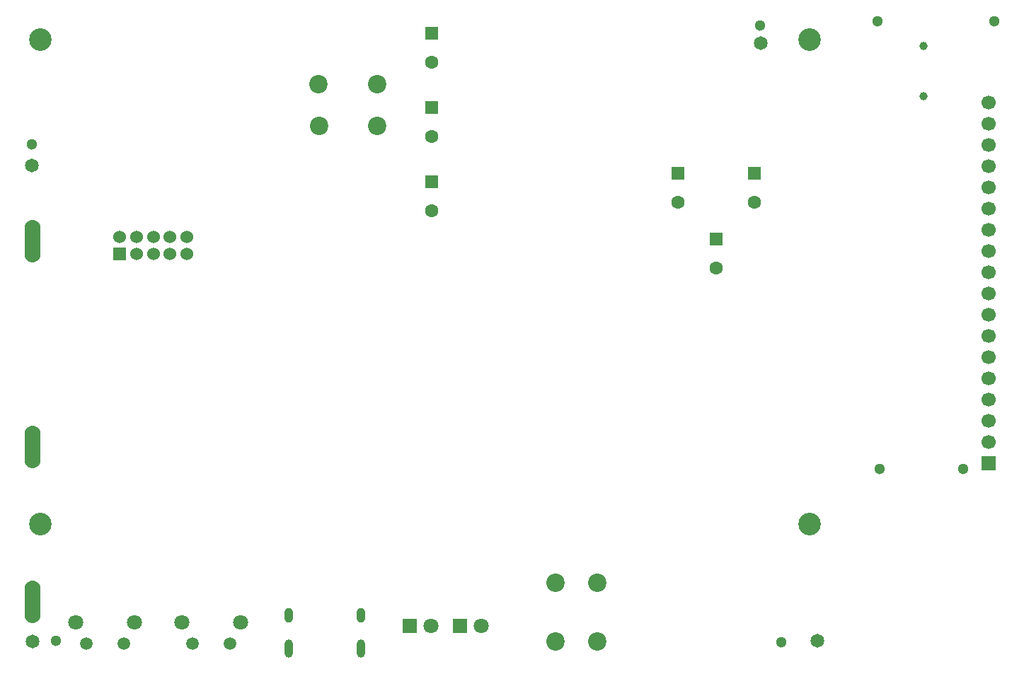
<source format=gbs>
%TF.GenerationSoftware,KiCad,Pcbnew,9.0.6-9.0.6~ubuntu24.04.1*%
%TF.CreationDate,2025-12-18T15:41:25-08:00*%
%TF.ProjectId,NX-J401-Adapter,4e582d4a-3430-4312-9d41-646170746572,5*%
%TF.SameCoordinates,Original*%
%TF.FileFunction,Soldermask,Bot*%
%TF.FilePolarity,Negative*%
%FSLAX46Y46*%
G04 Gerber Fmt 4.6, Leading zero omitted, Abs format (unit mm)*
G04 Created by KiCad (PCBNEW 9.0.6-9.0.6~ubuntu24.04.1) date 2025-12-18 15:41:25*
%MOMM*%
%LPD*%
G01*
G04 APERTURE LIST*
G04 Aperture macros list*
%AMRoundRect*
0 Rectangle with rounded corners*
0 $1 Rounding radius*
0 $2 $3 $4 $5 $6 $7 $8 $9 X,Y pos of 4 corners*
0 Add a 4 corners polygon primitive as box body*
4,1,4,$2,$3,$4,$5,$6,$7,$8,$9,$2,$3,0*
0 Add four circle primitives for the rounded corners*
1,1,$1+$1,$2,$3*
1,1,$1+$1,$4,$5*
1,1,$1+$1,$6,$7*
1,1,$1+$1,$8,$9*
0 Add four rect primitives between the rounded corners*
20,1,$1+$1,$2,$3,$4,$5,0*
20,1,$1+$1,$4,$5,$6,$7,0*
20,1,$1+$1,$6,$7,$8,$9,0*
20,1,$1+$1,$8,$9,$2,$3,0*%
G04 Aperture macros list end*
%ADD10C,1.648000*%
%ADD11R,1.800000X1.800000*%
%ADD12C,1.800000*%
%ADD13C,2.700000*%
%ADD14O,1.905000X5.080000*%
%ADD15C,1.300000*%
%ADD16C,2.200000*%
%ADD17C,1.498600*%
%ADD18C,1.803400*%
%ADD19RoundRect,0.250000X-0.550000X0.550000X-0.550000X-0.550000X0.550000X-0.550000X0.550000X0.550000X0*%
%ADD20C,1.600000*%
%ADD21R,1.524000X1.524000*%
%ADD22C,1.524000*%
%ADD23O,1.000000X1.800000*%
%ADD24O,1.000000X2.200000*%
%ADD25R,1.700000X1.700000*%
%ADD26C,1.700000*%
%ADD27C,1.000000*%
G04 APERTURE END LIST*
D10*
%TO.C,H15*%
X321994725Y-155976725D03*
%TD*%
D11*
%TO.C,D7*%
X279230000Y-154165000D03*
D12*
X281770000Y-154165000D03*
%TD*%
D13*
%TO.C,H2*%
X229000000Y-84000000D03*
%TD*%
D14*
%TO.C,H18*%
X228044000Y-108077000D03*
%TD*%
%TO.C,H17*%
X228044000Y-132731000D03*
%TD*%
D15*
%TO.C,H11*%
X329154000Y-81788000D03*
%TD*%
%TO.C,H8*%
X317627000Y-156083000D03*
%TD*%
D16*
%TO.C,J1*%
X269326000Y-89321000D03*
X262300600Y-89321000D03*
X269326000Y-94321000D03*
X262326000Y-94321000D03*
%TD*%
D17*
%TO.C,SW1*%
X234478000Y-156285700D03*
X238978001Y-156285700D03*
D18*
X233228001Y-153785824D03*
X240228000Y-153785824D03*
%TD*%
D15*
%TO.C,H1*%
X315087000Y-82296000D03*
%TD*%
%TO.C,H12*%
X339438000Y-135382000D03*
%TD*%
D16*
%TO.C,J3*%
X290601400Y-149000600D03*
X290601400Y-156026000D03*
X295601400Y-149000600D03*
X295601400Y-156000600D03*
%TD*%
D19*
%TO.C,C3*%
X305308000Y-99947349D03*
D20*
X305308000Y-103447349D03*
%TD*%
D15*
%TO.C,H9*%
X343154000Y-81788000D03*
%TD*%
D21*
%TO.C,J2*%
X238506000Y-109601000D03*
D22*
X238506000Y-107601000D03*
X240506000Y-109601000D03*
X240506000Y-107601000D03*
X242506000Y-109601000D03*
X242506000Y-107601000D03*
X244506000Y-109601000D03*
X244506000Y-107601000D03*
X246506000Y-109601000D03*
X246506000Y-107601000D03*
%TD*%
D19*
%TO.C,C5*%
X275844000Y-100963349D03*
D20*
X275844000Y-104463349D03*
%TD*%
D11*
%TO.C,D6*%
X273230000Y-154165000D03*
D12*
X275770000Y-154165000D03*
%TD*%
D10*
%TO.C,H16*%
X228044000Y-156004000D03*
%TD*%
D17*
%TO.C,SW2*%
X247178000Y-156285700D03*
X251678001Y-156285700D03*
D18*
X245928001Y-153785824D03*
X252928000Y-153785824D03*
%TD*%
D13*
%TO.C,H5*%
X229000000Y-142000000D03*
%TD*%
D19*
%TO.C,C1*%
X275844000Y-83183349D03*
D20*
X275844000Y-86683349D03*
%TD*%
D15*
%TO.C,H10*%
X329438000Y-135382000D03*
%TD*%
D19*
%TO.C,C2*%
X275844000Y-92073349D03*
D20*
X275844000Y-95573349D03*
%TD*%
D10*
%TO.C,H14*%
X315174000Y-84386000D03*
%TD*%
D23*
%TO.C,J4*%
X258680000Y-152903575D03*
D24*
X258680000Y-156903575D03*
D23*
X267320000Y-152903575D03*
D24*
X267320000Y-156903575D03*
%TD*%
D13*
%TO.C,H3*%
X320999480Y-84000000D03*
%TD*%
D15*
%TO.C,H4*%
X228000000Y-96500000D03*
%TD*%
D14*
%TO.C,H19*%
X228092000Y-151253000D03*
%TD*%
D15*
%TO.C,H7*%
X230886000Y-155981400D03*
%TD*%
D19*
%TO.C,C4*%
X314452000Y-99947349D03*
D20*
X314452000Y-103447349D03*
%TD*%
D10*
%TO.C,H13*%
X227965000Y-99060000D03*
%TD*%
D13*
%TO.C,H6*%
X320999480Y-142000000D03*
%TD*%
D19*
%TO.C,C10*%
X309880000Y-107821349D03*
D20*
X309880000Y-111321349D03*
%TD*%
D25*
%TO.C,J5*%
X342472000Y-134670800D03*
D26*
X342472000Y-132130800D03*
X342472000Y-129590800D03*
X342472000Y-127050800D03*
X342472000Y-124510800D03*
X342472000Y-121970800D03*
X342472000Y-119430800D03*
X342472000Y-116890800D03*
X342472000Y-114350800D03*
X342472000Y-111810800D03*
X342472000Y-109270800D03*
X342472000Y-106730800D03*
X342472000Y-104190800D03*
X342472000Y-101650800D03*
X342472000Y-99110800D03*
X342472000Y-96570800D03*
X342472000Y-94030800D03*
X342472000Y-91490800D03*
%TD*%
D27*
%TO.C,J6*%
X334620860Y-84782400D03*
X334620860Y-90782400D03*
%TD*%
M02*

</source>
